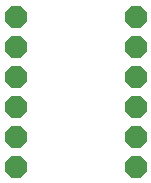
<source format=gbr>
G04 EAGLE Gerber RS-274X export*
G75*
%MOMM*%
%FSLAX34Y34*%
%LPD*%
%INSoldermask Bottom*%
%IPPOS*%
%AMOC8*
5,1,8,0,0,1.08239X$1,22.5*%
G01*
%ADD10P,2.034460X8X22.500000*%
%ADD11P,2.034460X8X202.500000*%


D10*
X114300Y152400D03*
X114300Y127000D03*
X114300Y101600D03*
X114300Y76200D03*
X114300Y50800D03*
X114300Y25400D03*
D11*
X12700Y25400D03*
X12700Y50800D03*
X12700Y76200D03*
X12700Y101600D03*
X12700Y127000D03*
X12700Y152400D03*
M02*

</source>
